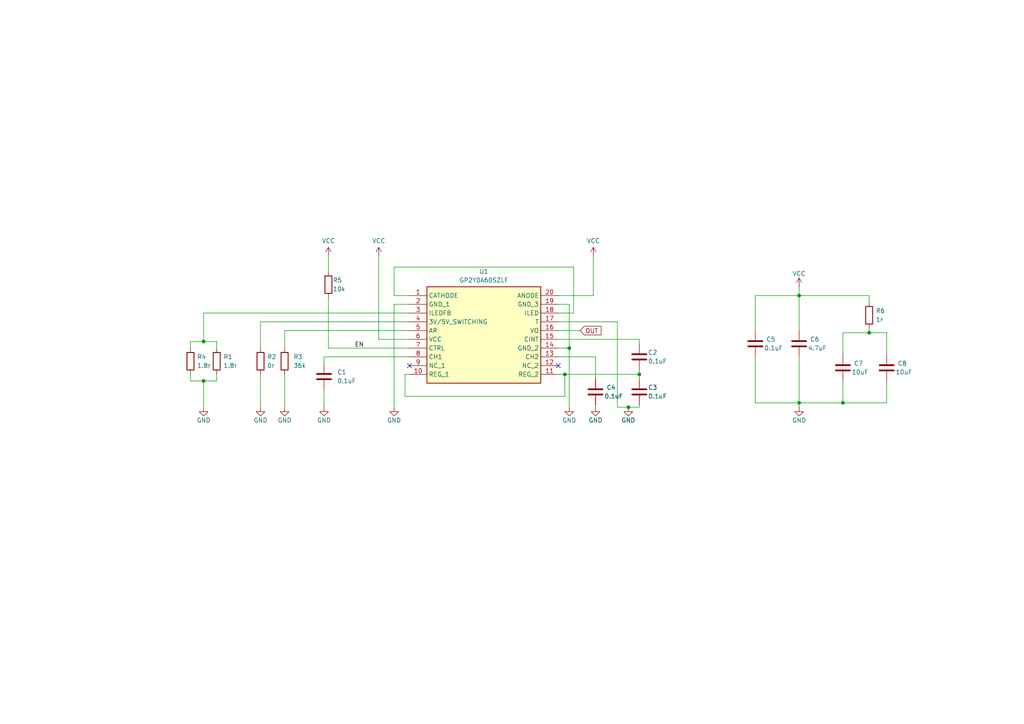
<source format=kicad_sch>
(kicad_sch (version 20230121) (generator eeschema)

  (uuid 95827065-757c-48df-a5b8-2e6ac04c0c84)

  (paper "A4")

  (lib_symbols
    (symbol "Device:C" (pin_numbers hide) (pin_names (offset 0.254)) (in_bom yes) (on_board yes)
      (property "Reference" "C" (at 0.635 2.54 0)
        (effects (font (size 1.27 1.27)) (justify left))
      )
      (property "Value" "C" (at 0.635 -2.54 0)
        (effects (font (size 1.27 1.27)) (justify left))
      )
      (property "Footprint" "" (at 0.9652 -3.81 0)
        (effects (font (size 1.27 1.27)) hide)
      )
      (property "Datasheet" "~" (at 0 0 0)
        (effects (font (size 1.27 1.27)) hide)
      )
      (property "ki_keywords" "cap capacitor" (at 0 0 0)
        (effects (font (size 1.27 1.27)) hide)
      )
      (property "ki_description" "Unpolarized capacitor" (at 0 0 0)
        (effects (font (size 1.27 1.27)) hide)
      )
      (property "ki_fp_filters" "C_*" (at 0 0 0)
        (effects (font (size 1.27 1.27)) hide)
      )
      (symbol "C_0_1"
        (polyline
          (pts
            (xy -2.032 -0.762)
            (xy 2.032 -0.762)
          )
          (stroke (width 0.508) (type default))
          (fill (type none))
        )
        (polyline
          (pts
            (xy -2.032 0.762)
            (xy 2.032 0.762)
          )
          (stroke (width 0.508) (type default))
          (fill (type none))
        )
      )
      (symbol "C_1_1"
        (pin passive line (at 0 3.81 270) (length 2.794)
          (name "~" (effects (font (size 1.27 1.27))))
          (number "1" (effects (font (size 1.27 1.27))))
        )
        (pin passive line (at 0 -3.81 90) (length 2.794)
          (name "~" (effects (font (size 1.27 1.27))))
          (number "2" (effects (font (size 1.27 1.27))))
        )
      )
    )
    (symbol "Device:R" (pin_numbers hide) (pin_names (offset 0)) (in_bom yes) (on_board yes)
      (property "Reference" "R" (at 2.032 0 90)
        (effects (font (size 1.27 1.27)))
      )
      (property "Value" "R" (at 0 0 90)
        (effects (font (size 1.27 1.27)))
      )
      (property "Footprint" "" (at -1.778 0 90)
        (effects (font (size 1.27 1.27)) hide)
      )
      (property "Datasheet" "~" (at 0 0 0)
        (effects (font (size 1.27 1.27)) hide)
      )
      (property "ki_keywords" "R res resistor" (at 0 0 0)
        (effects (font (size 1.27 1.27)) hide)
      )
      (property "ki_description" "Resistor" (at 0 0 0)
        (effects (font (size 1.27 1.27)) hide)
      )
      (property "ki_fp_filters" "R_*" (at 0 0 0)
        (effects (font (size 1.27 1.27)) hide)
      )
      (symbol "R_0_1"
        (rectangle (start -1.016 -2.54) (end 1.016 2.54)
          (stroke (width 0.254) (type default))
          (fill (type none))
        )
      )
      (symbol "R_1_1"
        (pin passive line (at 0 3.81 270) (length 1.27)
          (name "~" (effects (font (size 1.27 1.27))))
          (number "1" (effects (font (size 1.27 1.27))))
        )
        (pin passive line (at 0 -3.81 90) (length 1.27)
          (name "~" (effects (font (size 1.27 1.27))))
          (number "2" (effects (font (size 1.27 1.27))))
        )
      )
    )
    (symbol "GP2Y0A60SZLF:GP2Y0A60SZLF" (in_bom yes) (on_board yes)
      (property "Reference" "U" (at 39.37 7.62 0)
        (effects (font (size 1.27 1.27)) (justify left top))
      )
      (property "Value" "GP2Y0A60SZLF" (at 39.37 5.08 0)
        (effects (font (size 1.27 1.27)) (justify left top))
      )
      (property "Footprint" "GP2Y0A60SZLF" (at 39.37 -94.92 0)
        (effects (font (size 1.27 1.27)) (justify left top) hide)
      )
      (property "Datasheet" "https://datasheet.datasheetarchive.com/originals/distributors/Datasheets_SAMA/87802d02a43c703f7e13fdc5f9701512.pdf" (at 39.37 -194.92 0)
        (effects (font (size 1.27 1.27)) (justify left top) hide)
      )
      (property "Height" "7.4" (at 39.37 -394.92 0)
        (effects (font (size 1.27 1.27)) (justify left top) hide)
      )
      (property "Manufacturer_Name" "Sharp Microelectronics" (at 39.37 -494.92 0)
        (effects (font (size 1.27 1.27)) (justify left top) hide)
      )
      (property "Manufacturer_Part_Number" "GP2Y0A60SZLF" (at 39.37 -594.92 0)
        (effects (font (size 1.27 1.27)) (justify left top) hide)
      )
      (property "Mouser Part Number" "852-GP2Y0A60SZLF" (at 39.37 -694.92 0)
        (effects (font (size 1.27 1.27)) (justify left top) hide)
      )
      (property "Mouser Price/Stock" "https://www.mouser.co.uk/ProductDetail/Sharp-Microelectronics/GP2Y0A60SZLF?qs=2FIyTMJ0hNlL0ut7wtxQIQ%3D%3D" (at 39.37 -794.92 0)
        (effects (font (size 1.27 1.27)) (justify left top) hide)
      )
      (property "Arrow Part Number" "GP2Y0A60SZLF" (at 39.37 -894.92 0)
        (effects (font (size 1.27 1.27)) (justify left top) hide)
      )
      (property "Arrow Price/Stock" "https://www.arrow.com/en/products/gp2y0a60szlf/sharp?region=europe" (at 39.37 -994.92 0)
        (effects (font (size 1.27 1.27)) (justify left top) hide)
      )
      (property "ki_description" "Distance Sensors Dist Meas Sensor Analog, 10-150 cm" (at 0 0 0)
        (effects (font (size 1.27 1.27)) hide)
      )
      (symbol "GP2Y0A60SZLF_1_1"
        (rectangle (start 5.08 2.54) (end 38.1 -25.4)
          (stroke (width 0.254) (type default))
          (fill (type background))
        )
        (pin passive line (at 0 0 0) (length 5.08)
          (name "CATHODE" (effects (font (size 1.27 1.27))))
          (number "1" (effects (font (size 1.27 1.27))))
        )
        (pin passive line (at 0 -22.86 0) (length 5.08)
          (name "REG_1" (effects (font (size 1.27 1.27))))
          (number "10" (effects (font (size 1.27 1.27))))
        )
        (pin passive line (at 43.18 -22.86 180) (length 5.08)
          (name "REG_2" (effects (font (size 1.27 1.27))))
          (number "11" (effects (font (size 1.27 1.27))))
        )
        (pin passive line (at 43.18 -20.32 180) (length 5.08)
          (name "NC_2" (effects (font (size 1.27 1.27))))
          (number "12" (effects (font (size 1.27 1.27))))
        )
        (pin passive line (at 43.18 -17.78 180) (length 5.08)
          (name "CH2" (effects (font (size 1.27 1.27))))
          (number "13" (effects (font (size 1.27 1.27))))
        )
        (pin passive line (at 43.18 -15.24 180) (length 5.08)
          (name "GND_2" (effects (font (size 1.27 1.27))))
          (number "14" (effects (font (size 1.27 1.27))))
        )
        (pin passive line (at 43.18 -12.7 180) (length 5.08)
          (name "CINT" (effects (font (size 1.27 1.27))))
          (number "15" (effects (font (size 1.27 1.27))))
        )
        (pin passive line (at 43.18 -10.16 180) (length 5.08)
          (name "VO" (effects (font (size 1.27 1.27))))
          (number "16" (effects (font (size 1.27 1.27))))
        )
        (pin passive line (at 43.18 -7.62 180) (length 5.08)
          (name "T" (effects (font (size 1.27 1.27))))
          (number "17" (effects (font (size 1.27 1.27))))
        )
        (pin passive line (at 43.18 -5.08 180) (length 5.08)
          (name "ILED" (effects (font (size 1.27 1.27))))
          (number "18" (effects (font (size 1.27 1.27))))
        )
        (pin passive line (at 43.18 -2.54 180) (length 5.08)
          (name "GND_3" (effects (font (size 1.27 1.27))))
          (number "19" (effects (font (size 1.27 1.27))))
        )
        (pin passive line (at 0 -2.54 0) (length 5.08)
          (name "GND_1" (effects (font (size 1.27 1.27))))
          (number "2" (effects (font (size 1.27 1.27))))
        )
        (pin passive line (at 43.18 0 180) (length 5.08)
          (name "ANODE" (effects (font (size 1.27 1.27))))
          (number "20" (effects (font (size 1.27 1.27))))
        )
        (pin passive line (at 0 -5.08 0) (length 5.08)
          (name "ILEDFB" (effects (font (size 1.27 1.27))))
          (number "3" (effects (font (size 1.27 1.27))))
        )
        (pin passive line (at 0 -7.62 0) (length 5.08)
          (name "3V/5V_SWITCHING" (effects (font (size 1.27 1.27))))
          (number "4" (effects (font (size 1.27 1.27))))
        )
        (pin passive line (at 0 -10.16 0) (length 5.08)
          (name "AR" (effects (font (size 1.27 1.27))))
          (number "5" (effects (font (size 1.27 1.27))))
        )
        (pin passive line (at 0 -12.7 0) (length 5.08)
          (name "VCC" (effects (font (size 1.27 1.27))))
          (number "6" (effects (font (size 1.27 1.27))))
        )
        (pin passive line (at 0 -15.24 0) (length 5.08)
          (name "CTRL" (effects (font (size 1.27 1.27))))
          (number "7" (effects (font (size 1.27 1.27))))
        )
        (pin passive line (at 0 -17.78 0) (length 5.08)
          (name "CH1" (effects (font (size 1.27 1.27))))
          (number "8" (effects (font (size 1.27 1.27))))
        )
        (pin passive line (at 0 -20.32 0) (length 5.08)
          (name "NC_1" (effects (font (size 1.27 1.27))))
          (number "9" (effects (font (size 1.27 1.27))))
        )
      )
    )
    (symbol "power:GND" (power) (pin_names (offset 0)) (in_bom yes) (on_board yes)
      (property "Reference" "#PWR" (at 0 -6.35 0)
        (effects (font (size 1.27 1.27)) hide)
      )
      (property "Value" "GND" (at 0 -3.81 0)
        (effects (font (size 1.27 1.27)))
      )
      (property "Footprint" "" (at 0 0 0)
        (effects (font (size 1.27 1.27)) hide)
      )
      (property "Datasheet" "" (at 0 0 0)
        (effects (font (size 1.27 1.27)) hide)
      )
      (property "ki_keywords" "power-flag" (at 0 0 0)
        (effects (font (size 1.27 1.27)) hide)
      )
      (property "ki_description" "Power symbol creates a global label with name \"GND\" , ground" (at 0 0 0)
        (effects (font (size 1.27 1.27)) hide)
      )
      (symbol "GND_0_1"
        (polyline
          (pts
            (xy 0 0)
            (xy 0 -1.27)
            (xy 1.27 -1.27)
            (xy 0 -2.54)
            (xy -1.27 -1.27)
            (xy 0 -1.27)
          )
          (stroke (width 0) (type default))
          (fill (type none))
        )
      )
      (symbol "GND_1_1"
        (pin power_in line (at 0 0 270) (length 0) hide
          (name "GND" (effects (font (size 1.27 1.27))))
          (number "1" (effects (font (size 1.27 1.27))))
        )
      )
    )
    (symbol "power:VCC" (power) (pin_names (offset 0)) (in_bom yes) (on_board yes)
      (property "Reference" "#PWR" (at 0 -3.81 0)
        (effects (font (size 1.27 1.27)) hide)
      )
      (property "Value" "VCC" (at 0 3.81 0)
        (effects (font (size 1.27 1.27)))
      )
      (property "Footprint" "" (at 0 0 0)
        (effects (font (size 1.27 1.27)) hide)
      )
      (property "Datasheet" "" (at 0 0 0)
        (effects (font (size 1.27 1.27)) hide)
      )
      (property "ki_keywords" "power-flag" (at 0 0 0)
        (effects (font (size 1.27 1.27)) hide)
      )
      (property "ki_description" "Power symbol creates a global label with name \"VCC\"" (at 0 0 0)
        (effects (font (size 1.27 1.27)) hide)
      )
      (symbol "VCC_0_1"
        (polyline
          (pts
            (xy -0.762 1.27)
            (xy 0 2.54)
          )
          (stroke (width 0) (type default))
          (fill (type none))
        )
        (polyline
          (pts
            (xy 0 0)
            (xy 0 2.54)
          )
          (stroke (width 0) (type default))
          (fill (type none))
        )
        (polyline
          (pts
            (xy 0 2.54)
            (xy 0.762 1.27)
          )
          (stroke (width 0) (type default))
          (fill (type none))
        )
      )
      (symbol "VCC_1_1"
        (pin power_in line (at 0 0 90) (length 0) hide
          (name "VCC" (effects (font (size 1.27 1.27))))
          (number "1" (effects (font (size 1.27 1.27))))
        )
      )
    )
  )

  (junction (at 252.095 96.52) (diameter 0) (color 0 0 0 0)
    (uuid 0d43d262-068a-47b6-95e1-97621a222ada)
  )
  (junction (at 185.42 108.585) (diameter 0) (color 0 0 0 0)
    (uuid 11930b1d-91eb-4783-b739-0cf2931f04db)
  )
  (junction (at 231.775 85.725) (diameter 0) (color 0 0 0 0)
    (uuid 17a3003e-2aea-4e54-87c7-1e593412d0ea)
  )
  (junction (at 231.775 116.84) (diameter 0) (color 0 0 0 0)
    (uuid 1bcbde35-82cb-47e6-ba77-f90d4bd01edc)
  )
  (junction (at 244.475 116.84) (diameter 0) (color 0 0 0 0)
    (uuid 32ba29ac-d8f3-40ba-ae7e-db2796bcb1e8)
  )
  (junction (at 59.055 99.06) (diameter 0) (color 0 0 0 0)
    (uuid 402aadab-05a6-409b-8e2e-cd4b8ed4e876)
  )
  (junction (at 165.1 100.965) (diameter 0) (color 0 0 0 0)
    (uuid 4143d90c-385e-4fb2-916b-2590aefd72ce)
  )
  (junction (at 59.055 110.49) (diameter 0) (color 0 0 0 0)
    (uuid 5adefd59-2cd5-43a1-9011-3122186fecf4)
  )
  (junction (at 182.245 118.11) (diameter 0) (color 0 0 0 0)
    (uuid 85d800b8-cfb8-40d8-92a0-da533c90e8ef)
  )
  (junction (at 163.83 108.585) (diameter 0) (color 0 0 0 0)
    (uuid ac740323-15cf-4646-a7b6-f3ca13ee3248)
  )

  (no_connect (at 161.925 106.045) (uuid 615d5b22-ebb9-42bc-a79b-164a9c02052d))
  (no_connect (at 118.745 106.045) (uuid 66741953-28ec-4222-9013-1f966e6b6730))

  (wire (pts (xy 219.075 116.84) (xy 231.775 116.84))
    (stroke (width 0) (type default))
    (uuid 00d7b946-c05b-4942-a705-8debc9ccd881)
  )
  (wire (pts (xy 172.085 74.295) (xy 172.085 85.725))
    (stroke (width 0) (type default))
    (uuid 010e5e46-d373-4427-9639-e6ac63bb9bde)
  )
  (wire (pts (xy 55.245 108.585) (xy 55.245 110.49))
    (stroke (width 0) (type default))
    (uuid 0875c7de-5049-4b25-bcb6-f5da5890e900)
  )
  (wire (pts (xy 231.775 85.725) (xy 252.095 85.725))
    (stroke (width 0) (type default))
    (uuid 119f9bb8-fef0-4394-acab-110a97e6804c)
  )
  (wire (pts (xy 93.98 113.03) (xy 93.98 118.11))
    (stroke (width 0) (type default))
    (uuid 1726e471-a90f-44ea-afa7-08a24a5e8e55)
  )
  (wire (pts (xy 59.055 90.805) (xy 59.055 99.06))
    (stroke (width 0) (type default))
    (uuid 17c5e007-7d6d-40da-8a51-689d7067969e)
  )
  (wire (pts (xy 252.095 95.25) (xy 252.095 96.52))
    (stroke (width 0) (type default))
    (uuid 1d96c9ef-40c0-4e61-8084-5a1cd930a3ce)
  )
  (wire (pts (xy 172.72 117.475) (xy 172.72 118.11))
    (stroke (width 0) (type default))
    (uuid 2118c048-0b2f-468b-b9d9-cbbce27818c3)
  )
  (wire (pts (xy 172.72 103.505) (xy 172.72 109.855))
    (stroke (width 0) (type default))
    (uuid 26169eab-cb55-46c5-a3d5-f36790f254e9)
  )
  (wire (pts (xy 117.475 114.935) (xy 163.83 114.935))
    (stroke (width 0) (type default))
    (uuid 29ddc940-076b-4d3d-883f-8e92d9d56fc6)
  )
  (wire (pts (xy 55.245 99.06) (xy 59.055 99.06))
    (stroke (width 0) (type default))
    (uuid 2a15be86-1ca9-4ca2-b737-b7083ff1bf7e)
  )
  (wire (pts (xy 75.565 93.345) (xy 75.565 100.965))
    (stroke (width 0) (type default))
    (uuid 2c94dbb6-9cf2-4093-b115-5c356dcb91af)
  )
  (wire (pts (xy 163.83 108.585) (xy 161.925 108.585))
    (stroke (width 0) (type default))
    (uuid 2faebef6-855a-4998-9936-db1a983a8df4)
  )
  (wire (pts (xy 118.745 93.345) (xy 75.565 93.345))
    (stroke (width 0) (type default))
    (uuid 32e709db-dacf-49f6-acca-5dc8b71fb6ac)
  )
  (wire (pts (xy 114.3 88.265) (xy 118.745 88.265))
    (stroke (width 0) (type default))
    (uuid 3642df0e-4b59-4d45-bf7b-8094cf05fcbc)
  )
  (wire (pts (xy 161.925 100.965) (xy 165.1 100.965))
    (stroke (width 0) (type default))
    (uuid 3acca435-d0a3-4942-81e2-1a329f68769a)
  )
  (wire (pts (xy 166.37 77.47) (xy 166.37 90.805))
    (stroke (width 0) (type default))
    (uuid 3b237e18-18e2-40dc-a1cf-d2fe09d328e0)
  )
  (wire (pts (xy 82.55 95.885) (xy 118.745 95.885))
    (stroke (width 0) (type default))
    (uuid 3b942dd1-5e5f-48f8-89dc-07ea83eadb5f)
  )
  (wire (pts (xy 59.055 99.06) (xy 62.865 99.06))
    (stroke (width 0) (type default))
    (uuid 3de5c54a-55c1-4a2c-923f-b86ef645d6cc)
  )
  (wire (pts (xy 109.855 98.425) (xy 118.745 98.425))
    (stroke (width 0) (type default))
    (uuid 408de377-4da4-4e35-9113-28ffb2a0f35e)
  )
  (wire (pts (xy 82.55 108.585) (xy 82.55 118.11))
    (stroke (width 0) (type default))
    (uuid 4169d6ef-c6b4-4bc9-b4cf-346a9b0d5d37)
  )
  (wire (pts (xy 118.745 85.725) (xy 114.3 85.725))
    (stroke (width 0) (type default))
    (uuid 426c21c3-546f-4a8d-af01-6eeae6078c6c)
  )
  (wire (pts (xy 172.085 85.725) (xy 161.925 85.725))
    (stroke (width 0) (type default))
    (uuid 45f5efa2-0287-49b5-9e4e-2e881215f0f8)
  )
  (wire (pts (xy 165.1 100.965) (xy 165.1 118.11))
    (stroke (width 0) (type default))
    (uuid 4679dd65-3d4c-4f5a-a6cb-6466269b46f6)
  )
  (wire (pts (xy 163.83 108.585) (xy 163.83 114.935))
    (stroke (width 0) (type default))
    (uuid 48314ab4-2a84-46d0-92fe-72ace025dc77)
  )
  (wire (pts (xy 185.42 98.425) (xy 185.42 99.695))
    (stroke (width 0) (type default))
    (uuid 49db7718-72cd-4e4e-903f-626bbec4789a)
  )
  (wire (pts (xy 185.42 107.315) (xy 185.42 108.585))
    (stroke (width 0) (type default))
    (uuid 49dd1a8c-812b-4309-8e1e-c4692b9f7e66)
  )
  (wire (pts (xy 117.475 108.585) (xy 117.475 114.935))
    (stroke (width 0) (type default))
    (uuid 4aa73b8b-5b96-4161-a274-ab7de76e984b)
  )
  (wire (pts (xy 114.3 88.265) (xy 114.3 118.11))
    (stroke (width 0) (type default))
    (uuid 4b2e583f-a485-4938-ac6b-c0c172192227)
  )
  (wire (pts (xy 59.055 90.805) (xy 118.745 90.805))
    (stroke (width 0) (type default))
    (uuid 4b9069ad-ffe4-4772-829d-6f769ec9b89a)
  )
  (wire (pts (xy 95.25 74.295) (xy 95.25 78.74))
    (stroke (width 0) (type default))
    (uuid 4f318baf-643a-4373-8afd-d18e9b3a1e1d)
  )
  (wire (pts (xy 231.775 85.725) (xy 231.775 95.885))
    (stroke (width 0) (type default))
    (uuid 50a245de-14c0-4191-9164-58361a13b64a)
  )
  (wire (pts (xy 252.095 87.63) (xy 252.095 85.725))
    (stroke (width 0) (type default))
    (uuid 5bde9a8a-a607-4d8f-b323-e27f7a4ce0e9)
  )
  (wire (pts (xy 59.055 110.49) (xy 59.055 118.11))
    (stroke (width 0) (type default))
    (uuid 6065d2bc-f150-42b5-9430-d4c919ae296c)
  )
  (wire (pts (xy 185.42 108.585) (xy 185.42 109.855))
    (stroke (width 0) (type default))
    (uuid 66b2ece4-9ae3-454d-8d53-340468eed65c)
  )
  (wire (pts (xy 185.42 118.11) (xy 185.42 117.475))
    (stroke (width 0) (type default))
    (uuid 69386dc4-54f8-4e0d-a87c-51516e76de03)
  )
  (wire (pts (xy 163.83 108.585) (xy 185.42 108.585))
    (stroke (width 0) (type default))
    (uuid 6a7d3e43-45b0-4119-aae6-07918b69ee9c)
  )
  (wire (pts (xy 219.075 85.725) (xy 231.775 85.725))
    (stroke (width 0) (type default))
    (uuid 6e0f52dd-fc72-4180-806d-4c148c81eb49)
  )
  (wire (pts (xy 55.245 100.965) (xy 55.245 99.06))
    (stroke (width 0) (type default))
    (uuid 6efd70a5-dbe9-4043-8961-b4e194ca2c18)
  )
  (wire (pts (xy 95.25 100.965) (xy 118.745 100.965))
    (stroke (width 0) (type default))
    (uuid 7b90819d-0a24-481c-a079-4ba8da5d81ba)
  )
  (wire (pts (xy 219.075 95.885) (xy 219.075 85.725))
    (stroke (width 0) (type default))
    (uuid 8598dce6-d4c1-4b68-a0a4-600af1a27736)
  )
  (wire (pts (xy 219.075 103.505) (xy 219.075 116.84))
    (stroke (width 0) (type default))
    (uuid 868f541b-439e-4eed-8e9a-4428843351fc)
  )
  (wire (pts (xy 95.25 86.36) (xy 95.25 100.965))
    (stroke (width 0) (type default))
    (uuid 89f46caa-2c3f-494a-a85d-07391bca8986)
  )
  (wire (pts (xy 231.775 116.84) (xy 244.475 116.84))
    (stroke (width 0) (type default))
    (uuid 8a4e22a0-c2da-4fe9-93b3-838fac1dc847)
  )
  (wire (pts (xy 114.3 85.725) (xy 114.3 77.47))
    (stroke (width 0) (type default))
    (uuid 9a17c2cb-1f18-4d6d-b4ac-71796a85414e)
  )
  (wire (pts (xy 166.37 90.805) (xy 161.925 90.805))
    (stroke (width 0) (type default))
    (uuid 9e120e94-3748-4406-8801-a8a71040c623)
  )
  (wire (pts (xy 244.475 102.87) (xy 244.475 96.52))
    (stroke (width 0) (type default))
    (uuid 9ef994d1-84a4-485a-8a10-19ff2e7981ac)
  )
  (wire (pts (xy 93.98 103.505) (xy 93.98 105.41))
    (stroke (width 0) (type default))
    (uuid 9f863e41-3a83-4eb5-94ed-22f32d1843fc)
  )
  (wire (pts (xy 244.475 110.49) (xy 244.475 116.84))
    (stroke (width 0) (type default))
    (uuid a03326f4-bd05-4477-8dc5-246fd9b7b15c)
  )
  (wire (pts (xy 161.925 98.425) (xy 185.42 98.425))
    (stroke (width 0) (type default))
    (uuid a3552ab1-23ef-4304-b5e8-38265c7376f4)
  )
  (wire (pts (xy 161.925 103.505) (xy 172.72 103.505))
    (stroke (width 0) (type default))
    (uuid a5a93d47-bc35-43ca-ad28-00e85505ec2f)
  )
  (wire (pts (xy 118.745 108.585) (xy 117.475 108.585))
    (stroke (width 0) (type default))
    (uuid a5a9d4d6-8e3c-4d34-85dd-cfe61ba3dac2)
  )
  (wire (pts (xy 161.925 88.265) (xy 165.1 88.265))
    (stroke (width 0) (type default))
    (uuid a955c8f6-b341-48a7-a081-20db7ea88f11)
  )
  (wire (pts (xy 62.865 99.06) (xy 62.865 100.965))
    (stroke (width 0) (type default))
    (uuid a9a1099d-9bf5-4a09-81db-8dc0bad416d2)
  )
  (wire (pts (xy 231.775 83.185) (xy 231.775 85.725))
    (stroke (width 0) (type default))
    (uuid aa6580af-989e-4619-ad0a-e223dc9b5697)
  )
  (wire (pts (xy 257.175 116.84) (xy 257.175 110.49))
    (stroke (width 0) (type default))
    (uuid aee713cb-12d8-42c1-8e40-b80e3184b571)
  )
  (wire (pts (xy 161.925 93.345) (xy 179.07 93.345))
    (stroke (width 0) (type default))
    (uuid b10e92f5-178e-4b57-bf91-f6c9770e7304)
  )
  (wire (pts (xy 179.07 93.345) (xy 179.07 118.11))
    (stroke (width 0) (type default))
    (uuid b9b8ffea-5ce5-445e-8992-da001ad4f099)
  )
  (wire (pts (xy 62.865 110.49) (xy 62.865 108.585))
    (stroke (width 0) (type default))
    (uuid baa69e4c-1c32-4eaa-aec5-571f54c0fefe)
  )
  (wire (pts (xy 114.3 77.47) (xy 166.37 77.47))
    (stroke (width 0) (type default))
    (uuid bf268fea-72bf-4d65-a321-bcae9d03e997)
  )
  (wire (pts (xy 244.475 116.84) (xy 257.175 116.84))
    (stroke (width 0) (type default))
    (uuid cb1716cc-0141-4ced-a998-e76436a40a97)
  )
  (wire (pts (xy 231.775 116.84) (xy 231.775 118.11))
    (stroke (width 0) (type default))
    (uuid cbeb3b9f-ffaa-47f3-ad56-cea61c927778)
  )
  (wire (pts (xy 165.1 88.265) (xy 165.1 100.965))
    (stroke (width 0) (type default))
    (uuid ce3ac42f-4605-49e6-b66e-16bd9110ff6d)
  )
  (wire (pts (xy 59.055 110.49) (xy 62.865 110.49))
    (stroke (width 0) (type default))
    (uuid d04c07bc-bd2e-45e4-8039-9ff2a56ca39e)
  )
  (wire (pts (xy 231.775 103.505) (xy 231.775 116.84))
    (stroke (width 0) (type default))
    (uuid d1b11f7e-a4ca-4e0a-8cb4-655b9a3d8895)
  )
  (wire (pts (xy 82.55 100.965) (xy 82.55 95.885))
    (stroke (width 0) (type default))
    (uuid d85d7f93-0bed-4047-b436-68ca1d680521)
  )
  (wire (pts (xy 109.855 74.295) (xy 109.855 98.425))
    (stroke (width 0) (type default))
    (uuid da31675d-ca32-4a40-b93e-fa0984a2b889)
  )
  (wire (pts (xy 244.475 96.52) (xy 252.095 96.52))
    (stroke (width 0) (type default))
    (uuid df152f4e-0cd0-4b2d-91ed-c1c5467ad018)
  )
  (wire (pts (xy 118.745 103.505) (xy 93.98 103.505))
    (stroke (width 0) (type default))
    (uuid e2dbe860-b3a8-4233-9c6b-1968572fbdb2)
  )
  (wire (pts (xy 55.245 110.49) (xy 59.055 110.49))
    (stroke (width 0) (type default))
    (uuid e4ea896d-b3be-4bb7-90c2-6db41c3229a7)
  )
  (wire (pts (xy 75.565 108.585) (xy 75.565 118.11))
    (stroke (width 0) (type default))
    (uuid e888d12a-b622-45eb-a783-c9162769e839)
  )
  (wire (pts (xy 161.925 95.885) (xy 168.275 95.885))
    (stroke (width 0) (type default))
    (uuid eedead09-7d4f-4982-b602-804baca9ab12)
  )
  (wire (pts (xy 179.07 118.11) (xy 182.245 118.11))
    (stroke (width 0) (type default))
    (uuid f0330950-9495-4845-ace8-a1d08a9ea940)
  )
  (wire (pts (xy 182.245 118.11) (xy 185.42 118.11))
    (stroke (width 0) (type default))
    (uuid f068ebfe-a3ed-4d19-a791-181baa42fff3)
  )
  (wire (pts (xy 257.175 96.52) (xy 257.175 102.87))
    (stroke (width 0) (type default))
    (uuid f402b99f-4f83-47c9-a1ca-ba1ee484ea03)
  )
  (wire (pts (xy 252.095 96.52) (xy 257.175 96.52))
    (stroke (width 0) (type default))
    (uuid ffd69fe5-adf9-40b1-be3a-9c0658e0b23f)
  )

  (label "EN" (at 102.87 100.965 0) (fields_autoplaced)
    (effects (font (size 1.27 1.27)) (justify left bottom))
    (uuid 2a5ec370-6ed2-4757-8f56-5063377e9f58)
  )

  (global_label "OUT" (shape input) (at 168.275 95.885 0) (fields_autoplaced)
    (effects (font (size 1.27 1.27)) (justify left))
    (uuid 323f2d25-d19a-498a-8718-d7d74d359b81)
    (property "Intersheetrefs" "${INTERSHEET_REFS}" (at 174.8094 95.885 0)
      (effects (font (size 1.27 1.27)) (justify left) hide)
    )
  )

  (symbol (lib_id "power:GND") (at 182.245 118.11 0) (unit 1)
    (in_bom yes) (on_board yes) (dnp no)
    (uuid 0295c134-c00a-4230-9e58-ea3981d172d4)
    (property "Reference" "#PWR08" (at 182.245 124.46 0)
      (effects (font (size 1.27 1.27)) hide)
    )
    (property "Value" "GND" (at 182.245 121.92 0)
      (effects (font (size 1.27 1.27)))
    )
    (property "Footprint" "" (at 182.245 118.11 0)
      (effects (font (size 1.27 1.27)) hide)
    )
    (property "Datasheet" "" (at 182.245 118.11 0)
      (effects (font (size 1.27 1.27)) hide)
    )
    (pin "1" (uuid 1b3988d9-1c5e-4ac4-a74c-e662149bfb85))
    (instances
      (project "0011_Distance_Module_GP2Y0A60SZ0F"
        (path "/95827065-757c-48df-a5b8-2e6ac04c0c84"
          (reference "#PWR08") (unit 1)
        )
      )
    )
  )

  (symbol (lib_id "Device:C") (at 231.775 99.695 0) (unit 1)
    (in_bom yes) (on_board yes) (dnp no)
    (uuid 05adaf48-ba9a-4bef-9e36-ab349536582e)
    (property "Reference" "C6" (at 234.95 98.425 0)
      (effects (font (size 1.27 1.27)) (justify left))
    )
    (property "Value" "4.7uF" (at 234.315 100.965 0)
      (effects (font (size 1.27 1.27)) (justify left))
    )
    (property "Footprint" "" (at 232.7402 103.505 0)
      (effects (font (size 1.27 1.27)) hide)
    )
    (property "Datasheet" "~" (at 231.775 99.695 0)
      (effects (font (size 1.27 1.27)) hide)
    )
    (pin "1" (uuid 3ef30201-b5a0-4bcb-8f24-6a9f66a2502e))
    (pin "2" (uuid 6e8c2d71-768e-49a1-ac09-1baa6d11d4f9))
    (instances
      (project "0011_Distance_Module_GP2Y0A60SZ0F"
        (path "/95827065-757c-48df-a5b8-2e6ac04c0c84"
          (reference "C6") (unit 1)
        )
      )
    )
  )

  (symbol (lib_id "power:VCC") (at 231.775 83.185 0) (unit 1)
    (in_bom yes) (on_board yes) (dnp no)
    (uuid 139601e0-e197-4fd4-b18b-14cbd1cfbdee)
    (property "Reference" "#PWR012" (at 231.775 86.995 0)
      (effects (font (size 1.27 1.27)) hide)
    )
    (property "Value" "VCC" (at 231.775 79.375 0)
      (effects (font (size 1.27 1.27)))
    )
    (property "Footprint" "" (at 231.775 83.185 0)
      (effects (font (size 1.27 1.27)) hide)
    )
    (property "Datasheet" "" (at 231.775 83.185 0)
      (effects (font (size 1.27 1.27)) hide)
    )
    (pin "1" (uuid a64c6ade-c471-4c6a-b165-972a55779c96))
    (instances
      (project "0011_Distance_Module_GP2Y0A60SZ0F"
        (path "/95827065-757c-48df-a5b8-2e6ac04c0c84"
          (reference "#PWR012") (unit 1)
        )
      )
    )
  )

  (symbol (lib_id "power:GND") (at 172.72 118.11 0) (unit 1)
    (in_bom yes) (on_board yes) (dnp no)
    (uuid 24b9bde9-5601-422a-bc51-39da9df2415b)
    (property "Reference" "#PWR011" (at 172.72 124.46 0)
      (effects (font (size 1.27 1.27)) hide)
    )
    (property "Value" "GND" (at 172.72 121.92 0)
      (effects (font (size 1.27 1.27)))
    )
    (property "Footprint" "" (at 172.72 118.11 0)
      (effects (font (size 1.27 1.27)) hide)
    )
    (property "Datasheet" "" (at 172.72 118.11 0)
      (effects (font (size 1.27 1.27)) hide)
    )
    (pin "1" (uuid c7aaef7b-ae3e-471c-aee4-1a7658249b7f))
    (instances
      (project "0011_Distance_Module_GP2Y0A60SZ0F"
        (path "/95827065-757c-48df-a5b8-2e6ac04c0c84"
          (reference "#PWR011") (unit 1)
        )
      )
    )
  )

  (symbol (lib_id "power:GND") (at 59.055 118.11 0) (unit 1)
    (in_bom yes) (on_board yes) (dnp no)
    (uuid 2a0858b0-71bb-4e58-aae9-3db7869d1e09)
    (property "Reference" "#PWR01" (at 59.055 124.46 0)
      (effects (font (size 1.27 1.27)) hide)
    )
    (property "Value" "GND" (at 59.055 121.92 0)
      (effects (font (size 1.27 1.27)))
    )
    (property "Footprint" "" (at 59.055 118.11 0)
      (effects (font (size 1.27 1.27)) hide)
    )
    (property "Datasheet" "" (at 59.055 118.11 0)
      (effects (font (size 1.27 1.27)) hide)
    )
    (pin "1" (uuid 1c934478-1d38-427b-aba2-d454045ce96c))
    (instances
      (project "0011_Distance_Module_GP2Y0A60SZ0F"
        (path "/95827065-757c-48df-a5b8-2e6ac04c0c84"
          (reference "#PWR01") (unit 1)
        )
      )
    )
  )

  (symbol (lib_id "power:GND") (at 93.98 118.11 0) (unit 1)
    (in_bom yes) (on_board yes) (dnp no)
    (uuid 342ecdb4-02a7-4fd2-8c49-6f082952206c)
    (property "Reference" "#PWR04" (at 93.98 124.46 0)
      (effects (font (size 1.27 1.27)) hide)
    )
    (property "Value" "GND" (at 93.98 121.92 0)
      (effects (font (size 1.27 1.27)))
    )
    (property "Footprint" "" (at 93.98 118.11 0)
      (effects (font (size 1.27 1.27)) hide)
    )
    (property "Datasheet" "" (at 93.98 118.11 0)
      (effects (font (size 1.27 1.27)) hide)
    )
    (pin "1" (uuid 30c66b1d-e654-43d5-8ce7-55f868dae5fe))
    (instances
      (project "0011_Distance_Module_GP2Y0A60SZ0F"
        (path "/95827065-757c-48df-a5b8-2e6ac04c0c84"
          (reference "#PWR04") (unit 1)
        )
      )
    )
  )

  (symbol (lib_id "Device:C") (at 257.175 106.68 0) (unit 1)
    (in_bom yes) (on_board yes) (dnp no)
    (uuid 3bef2e1f-6f02-4a32-bb76-83fc64afd358)
    (property "Reference" "C8" (at 260.35 105.41 0)
      (effects (font (size 1.27 1.27)) (justify left))
    )
    (property "Value" "10uF" (at 259.715 107.95 0)
      (effects (font (size 1.27 1.27)) (justify left))
    )
    (property "Footprint" "" (at 258.1402 110.49 0)
      (effects (font (size 1.27 1.27)) hide)
    )
    (property "Datasheet" "~" (at 257.175 106.68 0)
      (effects (font (size 1.27 1.27)) hide)
    )
    (pin "1" (uuid 4e9a0a7c-f5ba-4551-b858-4c8ce668e705))
    (pin "2" (uuid 016b3576-73d4-4703-8bd4-018b066d0cb3))
    (instances
      (project "0011_Distance_Module_GP2Y0A60SZ0F"
        (path "/95827065-757c-48df-a5b8-2e6ac04c0c84"
          (reference "C8") (unit 1)
        )
      )
    )
  )

  (symbol (lib_id "Device:R") (at 95.25 82.55 0) (unit 1)
    (in_bom yes) (on_board yes) (dnp no)
    (uuid 51534923-392e-473e-9c14-7c8834ceef08)
    (property "Reference" "R5" (at 96.52 81.28 0)
      (effects (font (size 1.27 1.27)) (justify left))
    )
    (property "Value" "10k" (at 96.52 83.82 0)
      (effects (font (size 1.27 1.27)) (justify left))
    )
    (property "Footprint" "" (at 93.472 82.55 90)
      (effects (font (size 1.27 1.27)) hide)
    )
    (property "Datasheet" "~" (at 95.25 82.55 0)
      (effects (font (size 1.27 1.27)) hide)
    )
    (pin "1" (uuid fe3d0414-b581-46f1-9f1f-4bdb2524e75a))
    (pin "2" (uuid ecc8b08e-debc-43be-a287-86f0e46c7cc4))
    (instances
      (project "0011_Distance_Module_GP2Y0A60SZ0F"
        (path "/95827065-757c-48df-a5b8-2e6ac04c0c84"
          (reference "R5") (unit 1)
        )
      )
    )
  )

  (symbol (lib_id "Device:C") (at 185.42 103.505 0) (unit 1)
    (in_bom yes) (on_board yes) (dnp no)
    (uuid 5e59c8fe-b3ca-4b69-aeff-bbb62fae833d)
    (property "Reference" "C2" (at 187.96 102.235 0)
      (effects (font (size 1.27 1.27)) (justify left))
    )
    (property "Value" "0.1uF" (at 187.96 104.775 0)
      (effects (font (size 1.27 1.27)) (justify left))
    )
    (property "Footprint" "" (at 186.3852 107.315 0)
      (effects (font (size 1.27 1.27)) hide)
    )
    (property "Datasheet" "~" (at 185.42 103.505 0)
      (effects (font (size 1.27 1.27)) hide)
    )
    (pin "1" (uuid be1b53ba-5ee9-4381-9d24-b73b4f0b780f))
    (pin "2" (uuid 74eaf28d-31e5-4c03-8fac-e18321ac5cee))
    (instances
      (project "0011_Distance_Module_GP2Y0A60SZ0F"
        (path "/95827065-757c-48df-a5b8-2e6ac04c0c84"
          (reference "C2") (unit 1)
        )
      )
    )
  )

  (symbol (lib_id "power:VCC") (at 172.085 74.295 0) (unit 1)
    (in_bom yes) (on_board yes) (dnp no) (fields_autoplaced)
    (uuid 65bdafac-270f-4b8c-b1c3-952c29c757e9)
    (property "Reference" "#PWR09" (at 172.085 78.105 0)
      (effects (font (size 1.27 1.27)) hide)
    )
    (property "Value" "VCC" (at 172.085 69.85 0)
      (effects (font (size 1.27 1.27)))
    )
    (property "Footprint" "" (at 172.085 74.295 0)
      (effects (font (size 1.27 1.27)) hide)
    )
    (property "Datasheet" "" (at 172.085 74.295 0)
      (effects (font (size 1.27 1.27)) hide)
    )
    (pin "1" (uuid 171cad85-ac9b-4fbb-8611-8e3cf4eb79a5))
    (instances
      (project "0011_Distance_Module_GP2Y0A60SZ0F"
        (path "/95827065-757c-48df-a5b8-2e6ac04c0c84"
          (reference "#PWR09") (unit 1)
        )
      )
    )
  )

  (symbol (lib_id "GP2Y0A60SZLF:GP2Y0A60SZLF") (at 118.745 85.725 0) (unit 1)
    (in_bom yes) (on_board yes) (dnp no) (fields_autoplaced)
    (uuid 6b1c1ad1-01a5-485b-b2a7-6a2d1bafb0ef)
    (property "Reference" "U1" (at 140.335 78.74 0)
      (effects (font (size 1.27 1.27)))
    )
    (property "Value" "GP2Y0A60SZLF" (at 140.335 81.28 0)
      (effects (font (size 1.27 1.27)))
    )
    (property "Footprint" "GP2Y0A60SZLF" (at 158.115 180.645 0)
      (effects (font (size 1.27 1.27)) (justify left top) hide)
    )
    (property "Datasheet" "https://datasheet.datasheetarchive.com/originals/distributors/Datasheets_SAMA/87802d02a43c703f7e13fdc5f9701512.pdf" (at 158.115 280.645 0)
      (effects (font (size 1.27 1.27)) (justify left top) hide)
    )
    (property "Height" "7.4" (at 158.115 480.645 0)
      (effects (font (size 1.27 1.27)) (justify left top) hide)
    )
    (property "Manufacturer_Name" "Sharp Microelectronics" (at 158.115 580.645 0)
      (effects (font (size 1.27 1.27)) (justify left top) hide)
    )
    (property "Manufacturer_Part_Number" "GP2Y0A60SZLF" (at 158.115 680.645 0)
      (effects (font (size 1.27 1.27)) (justify left top) hide)
    )
    (property "Mouser Part Number" "852-GP2Y0A60SZLF" (at 158.115 780.645 0)
      (effects (font (size 1.27 1.27)) (justify left top) hide)
    )
    (property "Mouser Price/Stock" "https://www.mouser.co.uk/ProductDetail/Sharp-Microelectronics/GP2Y0A60SZLF?qs=2FIyTMJ0hNlL0ut7wtxQIQ%3D%3D" (at 158.115 880.645 0)
      (effects (font (size 1.27 1.27)) (justify left top) hide)
    )
    (property "Arrow Part Number" "GP2Y0A60SZLF" (at 158.115 980.645 0)
      (effects (font (size 1.27 1.27)) (justify left top) hide)
    )
    (property "Arrow Price/Stock" "https://www.arrow.com/en/products/gp2y0a60szlf/sharp?region=europe" (at 158.115 1080.645 0)
      (effects (font (size 1.27 1.27)) (justify left top) hide)
    )
    (pin "1" (uuid 902eb8fb-8180-4d7d-b082-347f8f1c0f8a))
    (pin "10" (uuid 92820330-abd2-49f1-b15f-9451e93e7e04))
    (pin "11" (uuid 736186db-23dc-4740-9569-e8e4f15b0f7a))
    (pin "12" (uuid ad1bbac7-f304-493a-8458-a9b58a1ac68d))
    (pin "13" (uuid 56b86aad-9161-4dba-9646-555e76a3ecb4))
    (pin "14" (uuid 6c24937f-0e2c-4824-b8a4-2a0a14eb8fcb))
    (pin "15" (uuid 1cfd6fe5-5c4f-4256-9b82-6977a28233e1))
    (pin "16" (uuid 4ef1adc2-5642-4a9d-a6b9-fea80615e31d))
    (pin "17" (uuid ac7919f1-7a62-4559-9229-46f73e48e8e1))
    (pin "18" (uuid 315fa789-5862-4de8-903f-08f4535c3c9d))
    (pin "19" (uuid 1e39d272-3a1f-4d28-81e9-6de0c1fb8643))
    (pin "2" (uuid 73d1d2dc-88cd-454b-a753-bc8aab77ba6a))
    (pin "20" (uuid 0afdf164-4737-4ec8-afb3-fb77d2dbed8b))
    (pin "3" (uuid e7680b71-b6cd-41e0-b3ce-4911ff6a4894))
    (pin "4" (uuid 760d72ed-c0f3-4d11-a2c9-b5419aa9e038))
    (pin "5" (uuid 64b3833b-57ed-4793-aa2d-04f11b9228e9))
    (pin "6" (uuid d812fd07-a258-4597-a534-afd277f9ee77))
    (pin "7" (uuid 41f34426-ed26-4eac-ac0d-345abc18bce4))
    (pin "8" (uuid c216848e-98b9-4725-8a82-7ba73e503474))
    (pin "9" (uuid 9caf05a2-9232-4494-9cbb-688b03eef8f1))
    (instances
      (project "0011_Distance_Module_GP2Y0A60SZ0F"
        (path "/95827065-757c-48df-a5b8-2e6ac04c0c84"
          (reference "U1") (unit 1)
        )
      )
    )
  )

  (symbol (lib_id "power:GND") (at 114.3 118.11 0) (unit 1)
    (in_bom yes) (on_board yes) (dnp no)
    (uuid 6cb797d4-b971-498c-915e-8bfe855ab949)
    (property "Reference" "#PWR05" (at 114.3 124.46 0)
      (effects (font (size 1.27 1.27)) hide)
    )
    (property "Value" "GND" (at 114.3 121.92 0)
      (effects (font (size 1.27 1.27)))
    )
    (property "Footprint" "" (at 114.3 118.11 0)
      (effects (font (size 1.27 1.27)) hide)
    )
    (property "Datasheet" "" (at 114.3 118.11 0)
      (effects (font (size 1.27 1.27)) hide)
    )
    (pin "1" (uuid 2a4ea1c2-64fa-448e-9949-3e47014bd3de))
    (instances
      (project "0011_Distance_Module_GP2Y0A60SZ0F"
        (path "/95827065-757c-48df-a5b8-2e6ac04c0c84"
          (reference "#PWR05") (unit 1)
        )
      )
    )
  )

  (symbol (lib_id "Device:R") (at 82.55 104.775 0) (unit 1)
    (in_bom yes) (on_board yes) (dnp no) (fields_autoplaced)
    (uuid 717dbf48-6115-41fb-aea0-617583d1894f)
    (property "Reference" "R3" (at 85.09 103.505 0)
      (effects (font (size 1.27 1.27)) (justify left))
    )
    (property "Value" "36k" (at 85.09 106.045 0)
      (effects (font (size 1.27 1.27)) (justify left))
    )
    (property "Footprint" "" (at 80.772 104.775 90)
      (effects (font (size 1.27 1.27)) hide)
    )
    (property "Datasheet" "~" (at 82.55 104.775 0)
      (effects (font (size 1.27 1.27)) hide)
    )
    (pin "1" (uuid 4aefec8b-71f5-4392-81ab-ca8478e18b4d))
    (pin "2" (uuid e5a7e30f-c43d-45f2-b14a-80f479073c9b))
    (instances
      (project "0011_Distance_Module_GP2Y0A60SZ0F"
        (path "/95827065-757c-48df-a5b8-2e6ac04c0c84"
          (reference "R3") (unit 1)
        )
      )
    )
  )

  (symbol (lib_id "Device:C") (at 93.98 109.22 0) (unit 1)
    (in_bom yes) (on_board yes) (dnp no) (fields_autoplaced)
    (uuid 759d31f1-b8a5-4a6f-b83e-3c1b6a37b013)
    (property "Reference" "C1" (at 97.79 107.95 0)
      (effects (font (size 1.27 1.27)) (justify left))
    )
    (property "Value" "0.1uF" (at 97.79 110.49 0)
      (effects (font (size 1.27 1.27)) (justify left))
    )
    (property "Footprint" "" (at 94.9452 113.03 0)
      (effects (font (size 1.27 1.27)) hide)
    )
    (property "Datasheet" "~" (at 93.98 109.22 0)
      (effects (font (size 1.27 1.27)) hide)
    )
    (pin "1" (uuid f6ff266d-8776-4a8f-902c-a86c18642996))
    (pin "2" (uuid 8312651a-112f-44e4-8790-f1f0b31ec738))
    (instances
      (project "0011_Distance_Module_GP2Y0A60SZ0F"
        (path "/95827065-757c-48df-a5b8-2e6ac04c0c84"
          (reference "C1") (unit 1)
        )
      )
    )
  )

  (symbol (lib_id "power:VCC") (at 95.25 74.295 0) (unit 1)
    (in_bom yes) (on_board yes) (dnp no) (fields_autoplaced)
    (uuid 77874716-807d-46c3-ad6d-99175b4412cf)
    (property "Reference" "#PWR07" (at 95.25 78.105 0)
      (effects (font (size 1.27 1.27)) hide)
    )
    (property "Value" "VCC" (at 95.25 69.85 0)
      (effects (font (size 1.27 1.27)))
    )
    (property "Footprint" "" (at 95.25 74.295 0)
      (effects (font (size 1.27 1.27)) hide)
    )
    (property "Datasheet" "" (at 95.25 74.295 0)
      (effects (font (size 1.27 1.27)) hide)
    )
    (pin "1" (uuid f84c3e7d-3849-44ee-bf79-2e59aaf5b097))
    (instances
      (project "0011_Distance_Module_GP2Y0A60SZ0F"
        (path "/95827065-757c-48df-a5b8-2e6ac04c0c84"
          (reference "#PWR07") (unit 1)
        )
      )
    )
  )

  (symbol (lib_id "Device:R") (at 62.865 104.775 0) (unit 1)
    (in_bom yes) (on_board yes) (dnp no) (fields_autoplaced)
    (uuid 7e85f21e-56ea-45a2-88c5-3cb80d2d3c61)
    (property "Reference" "R1" (at 64.77 103.505 0)
      (effects (font (size 1.27 1.27)) (justify left))
    )
    (property "Value" "1.8r" (at 64.77 106.045 0)
      (effects (font (size 1.27 1.27)) (justify left))
    )
    (property "Footprint" "" (at 61.087 104.775 90)
      (effects (font (size 1.27 1.27)) hide)
    )
    (property "Datasheet" "~" (at 62.865 104.775 0)
      (effects (font (size 1.27 1.27)) hide)
    )
    (pin "1" (uuid 3d705184-17b7-4b05-a75e-edc08a1f6577))
    (pin "2" (uuid 1e130c0b-7f36-4cf0-9f0c-9b4d7996ae79))
    (instances
      (project "0011_Distance_Module_GP2Y0A60SZ0F"
        (path "/95827065-757c-48df-a5b8-2e6ac04c0c84"
          (reference "R1") (unit 1)
        )
      )
    )
  )

  (symbol (lib_id "Device:C") (at 244.475 106.68 0) (unit 1)
    (in_bom yes) (on_board yes) (dnp no)
    (uuid 95643639-052c-45c8-808d-04934bd7a309)
    (property "Reference" "C7" (at 247.65 105.41 0)
      (effects (font (size 1.27 1.27)) (justify left))
    )
    (property "Value" "10uF" (at 247.015 107.95 0)
      (effects (font (size 1.27 1.27)) (justify left))
    )
    (property "Footprint" "" (at 245.4402 110.49 0)
      (effects (font (size 1.27 1.27)) hide)
    )
    (property "Datasheet" "~" (at 244.475 106.68 0)
      (effects (font (size 1.27 1.27)) hide)
    )
    (pin "1" (uuid c58b4b82-5f22-4cf0-90a0-bdf907ac076e))
    (pin "2" (uuid e637dc69-0636-4710-af98-84470be0b5f0))
    (instances
      (project "0011_Distance_Module_GP2Y0A60SZ0F"
        (path "/95827065-757c-48df-a5b8-2e6ac04c0c84"
          (reference "C7") (unit 1)
        )
      )
    )
  )

  (symbol (lib_id "Device:C") (at 185.42 113.665 0) (unit 1)
    (in_bom yes) (on_board yes) (dnp no)
    (uuid a0bff08b-90e3-4f44-beca-59e176ad128d)
    (property "Reference" "C3" (at 187.96 112.395 0)
      (effects (font (size 1.27 1.27)) (justify left))
    )
    (property "Value" "0.1uF" (at 187.96 114.935 0)
      (effects (font (size 1.27 1.27)) (justify left))
    )
    (property "Footprint" "" (at 186.3852 117.475 0)
      (effects (font (size 1.27 1.27)) hide)
    )
    (property "Datasheet" "~" (at 185.42 113.665 0)
      (effects (font (size 1.27 1.27)) hide)
    )
    (pin "1" (uuid 60ef7c91-36da-4760-a70d-647e81770060))
    (pin "2" (uuid 0fec24fc-1b48-4d83-9f2c-5574ff099e47))
    (instances
      (project "0011_Distance_Module_GP2Y0A60SZ0F"
        (path "/95827065-757c-48df-a5b8-2e6ac04c0c84"
          (reference "C3") (unit 1)
        )
      )
    )
  )

  (symbol (lib_id "Device:C") (at 219.075 99.695 0) (unit 1)
    (in_bom yes) (on_board yes) (dnp no)
    (uuid b6fd756f-cb9b-49b9-8453-90f4abef91fe)
    (property "Reference" "C5" (at 222.25 98.425 0)
      (effects (font (size 1.27 1.27)) (justify left))
    )
    (property "Value" "0.1uF" (at 221.615 100.965 0)
      (effects (font (size 1.27 1.27)) (justify left))
    )
    (property "Footprint" "" (at 220.0402 103.505 0)
      (effects (font (size 1.27 1.27)) hide)
    )
    (property "Datasheet" "~" (at 219.075 99.695 0)
      (effects (font (size 1.27 1.27)) hide)
    )
    (pin "1" (uuid c7490271-3fcd-4b0e-92e4-92a3892c29e4))
    (pin "2" (uuid 868dbf5e-2714-4369-bd70-cca1c302459f))
    (instances
      (project "0011_Distance_Module_GP2Y0A60SZ0F"
        (path "/95827065-757c-48df-a5b8-2e6ac04c0c84"
          (reference "C5") (unit 1)
        )
      )
    )
  )

  (symbol (lib_id "power:GND") (at 165.1 118.11 0) (unit 1)
    (in_bom yes) (on_board yes) (dnp no)
    (uuid b70bed42-6f10-4edd-ac0e-1a2a9003dd70)
    (property "Reference" "#PWR010" (at 165.1 124.46 0)
      (effects (font (size 1.27 1.27)) hide)
    )
    (property "Value" "GND" (at 165.1 121.92 0)
      (effects (font (size 1.27 1.27)))
    )
    (property "Footprint" "" (at 165.1 118.11 0)
      (effects (font (size 1.27 1.27)) hide)
    )
    (property "Datasheet" "" (at 165.1 118.11 0)
      (effects (font (size 1.27 1.27)) hide)
    )
    (pin "1" (uuid 5154db83-67b1-447c-bb26-3be51ec52f21))
    (instances
      (project "0011_Distance_Module_GP2Y0A60SZ0F"
        (path "/95827065-757c-48df-a5b8-2e6ac04c0c84"
          (reference "#PWR010") (unit 1)
        )
      )
    )
  )

  (symbol (lib_id "Device:R") (at 55.245 104.775 0) (unit 1)
    (in_bom yes) (on_board yes) (dnp no) (fields_autoplaced)
    (uuid b831d2d0-d36d-44ba-b333-beb07322a7f0)
    (property "Reference" "R4" (at 57.15 103.505 0)
      (effects (font (size 1.27 1.27)) (justify left))
    )
    (property "Value" "1.8r" (at 57.15 106.045 0)
      (effects (font (size 1.27 1.27)) (justify left))
    )
    (property "Footprint" "" (at 53.467 104.775 90)
      (effects (font (size 1.27 1.27)) hide)
    )
    (property "Datasheet" "~" (at 55.245 104.775 0)
      (effects (font (size 1.27 1.27)) hide)
    )
    (pin "1" (uuid 2bb07ac1-929b-4892-a54b-cbfaef5ae875))
    (pin "2" (uuid 68d77e12-2458-4b23-9131-2c434f6e3063))
    (instances
      (project "0011_Distance_Module_GP2Y0A60SZ0F"
        (path "/95827065-757c-48df-a5b8-2e6ac04c0c84"
          (reference "R4") (unit 1)
        )
      )
    )
  )

  (symbol (lib_id "power:VCC") (at 109.855 74.295 0) (unit 1)
    (in_bom yes) (on_board yes) (dnp no) (fields_autoplaced)
    (uuid be803329-7742-46b3-91f3-27e685043195)
    (property "Reference" "#PWR06" (at 109.855 78.105 0)
      (effects (font (size 1.27 1.27)) hide)
    )
    (property "Value" "VCC" (at 109.855 69.85 0)
      (effects (font (size 1.27 1.27)))
    )
    (property "Footprint" "" (at 109.855 74.295 0)
      (effects (font (size 1.27 1.27)) hide)
    )
    (property "Datasheet" "" (at 109.855 74.295 0)
      (effects (font (size 1.27 1.27)) hide)
    )
    (pin "1" (uuid f8bb31f4-b4a3-4eec-87de-dff3f3518117))
    (instances
      (project "0011_Distance_Module_GP2Y0A60SZ0F"
        (path "/95827065-757c-48df-a5b8-2e6ac04c0c84"
          (reference "#PWR06") (unit 1)
        )
      )
    )
  )

  (symbol (lib_id "Device:C") (at 172.72 113.665 0) (unit 1)
    (in_bom yes) (on_board yes) (dnp no)
    (uuid d3c9d5ab-99cf-4568-8a0c-b579a6a433bd)
    (property "Reference" "C4" (at 175.895 112.395 0)
      (effects (font (size 1.27 1.27)) (justify left))
    )
    (property "Value" "0.1uF" (at 175.26 114.935 0)
      (effects (font (size 1.27 1.27)) (justify left))
    )
    (property "Footprint" "" (at 173.6852 117.475 0)
      (effects (font (size 1.27 1.27)) hide)
    )
    (property "Datasheet" "~" (at 172.72 113.665 0)
      (effects (font (size 1.27 1.27)) hide)
    )
    (pin "1" (uuid d0c96ac5-8c21-44d2-8d7f-c65ae1741dfa))
    (pin "2" (uuid de70d5dd-dfaf-4763-8db0-ea23e668c388))
    (instances
      (project "0011_Distance_Module_GP2Y0A60SZ0F"
        (path "/95827065-757c-48df-a5b8-2e6ac04c0c84"
          (reference "C4") (unit 1)
        )
      )
    )
  )

  (symbol (lib_id "power:GND") (at 82.55 118.11 0) (unit 1)
    (in_bom yes) (on_board yes) (dnp no)
    (uuid e0b58884-5c8e-415a-86db-2c71d3ca061e)
    (property "Reference" "#PWR03" (at 82.55 124.46 0)
      (effects (font (size 1.27 1.27)) hide)
    )
    (property "Value" "GND" (at 82.55 121.92 0)
      (effects (font (size 1.27 1.27)))
    )
    (property "Footprint" "" (at 82.55 118.11 0)
      (effects (font (size 1.27 1.27)) hide)
    )
    (property "Datasheet" "" (at 82.55 118.11 0)
      (effects (font (size 1.27 1.27)) hide)
    )
    (pin "1" (uuid 2f91f78a-a46f-459a-a7e0-5f60e95fb899))
    (instances
      (project "0011_Distance_Module_GP2Y0A60SZ0F"
        (path "/95827065-757c-48df-a5b8-2e6ac04c0c84"
          (reference "#PWR03") (unit 1)
        )
      )
    )
  )

  (symbol (lib_id "power:GND") (at 75.565 118.11 0) (unit 1)
    (in_bom yes) (on_board yes) (dnp no)
    (uuid e3284fe6-f2d1-4388-95c8-3d3c0130f778)
    (property "Reference" "#PWR02" (at 75.565 124.46 0)
      (effects (font (size 1.27 1.27)) hide)
    )
    (property "Value" "GND" (at 75.565 121.92 0)
      (effects (font (size 1.27 1.27)))
    )
    (property "Footprint" "" (at 75.565 118.11 0)
      (effects (font (size 1.27 1.27)) hide)
    )
    (property "Datasheet" "" (at 75.565 118.11 0)
      (effects (font (size 1.27 1.27)) hide)
    )
    (pin "1" (uuid 00fdaa75-6577-431c-bfa0-902b4de43277))
    (instances
      (project "0011_Distance_Module_GP2Y0A60SZ0F"
        (path "/95827065-757c-48df-a5b8-2e6ac04c0c84"
          (reference "#PWR02") (unit 1)
        )
      )
    )
  )

  (symbol (lib_id "Device:R") (at 75.565 104.775 0) (unit 1)
    (in_bom yes) (on_board yes) (dnp no) (fields_autoplaced)
    (uuid e8b2de19-c5af-4b8c-a74c-c4955436d1a7)
    (property "Reference" "R2" (at 77.47 103.505 0)
      (effects (font (size 1.27 1.27)) (justify left))
    )
    (property "Value" "0r" (at 77.47 106.045 0)
      (effects (font (size 1.27 1.27)) (justify left))
    )
    (property "Footprint" "" (at 73.787 104.775 90)
      (effects (font (size 1.27 1.27)) hide)
    )
    (property "Datasheet" "~" (at 75.565 104.775 0)
      (effects (font (size 1.27 1.27)) hide)
    )
    (pin "1" (uuid c9845061-5953-4750-bb2e-dde7ab2681da))
    (pin "2" (uuid feee60a3-1dec-43a5-af39-fe2ec020310b))
    (instances
      (project "0011_Distance_Module_GP2Y0A60SZ0F"
        (path "/95827065-757c-48df-a5b8-2e6ac04c0c84"
          (reference "R2") (unit 1)
        )
      )
    )
  )

  (symbol (lib_id "power:GND") (at 231.775 118.11 0) (unit 1)
    (in_bom yes) (on_board yes) (dnp no)
    (uuid eec6ef22-f6db-4384-8fed-2a14b71db5da)
    (property "Reference" "#PWR013" (at 231.775 124.46 0)
      (effects (font (size 1.27 1.27)) hide)
    )
    (property "Value" "GND" (at 231.775 121.92 0)
      (effects (font (size 1.27 1.27)))
    )
    (property "Footprint" "" (at 231.775 118.11 0)
      (effects (font (size 1.27 1.27)) hide)
    )
    (property "Datasheet" "" (at 231.775 118.11 0)
      (effects (font (size 1.27 1.27)) hide)
    )
    (pin "1" (uuid 60483fa5-c06a-4bc1-9cef-afbeaba7a215))
    (instances
      (project "0011_Distance_Module_GP2Y0A60SZ0F"
        (path "/95827065-757c-48df-a5b8-2e6ac04c0c84"
          (reference "#PWR013") (unit 1)
        )
      )
    )
  )

  (symbol (lib_id "Device:R") (at 252.095 91.44 0) (unit 1)
    (in_bom yes) (on_board yes) (dnp no) (fields_autoplaced)
    (uuid fe0cfea9-c980-419c-bb21-bb438d37c81d)
    (property "Reference" "R6" (at 254 90.17 0)
      (effects (font (size 1.27 1.27)) (justify left))
    )
    (property "Value" "1r" (at 254 92.71 0)
      (effects (font (size 1.27 1.27)) (justify left))
    )
    (property "Footprint" "" (at 250.317 91.44 90)
      (effects (font (size 1.27 1.27)) hide)
    )
    (property "Datasheet" "~" (at 252.095 91.44 0)
      (effects (font (size 1.27 1.27)) hide)
    )
    (pin "1" (uuid 967ff223-4856-489e-bad5-ed1b62676cef))
    (pin "2" (uuid f8a8f841-7828-4a32-ac87-14e2f159c3c6))
    (instances
      (project "0011_Distance_Module_GP2Y0A60SZ0F"
        (path "/95827065-757c-48df-a5b8-2e6ac04c0c84"
          (reference "R6") (unit 1)
        )
      )
    )
  )

  (sheet_instances
    (path "/" (page "1"))
  )
)

</source>
